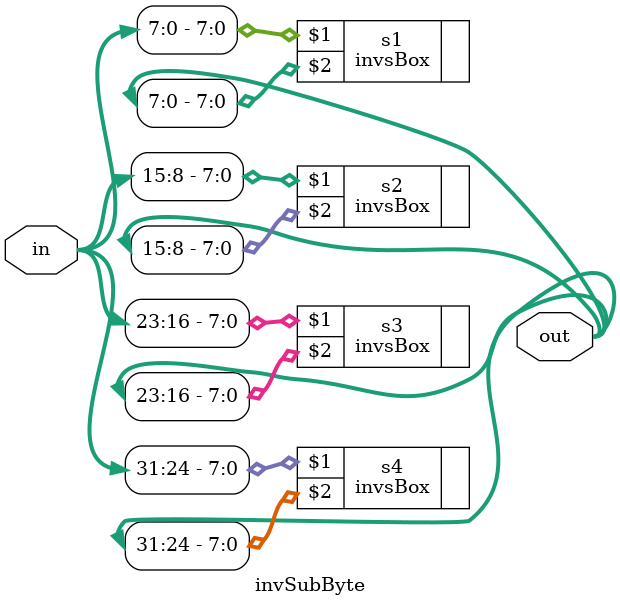
<source format=v>
module invSubByte(
input [31:0] in,
output [31:0] out
);


invsBox s1(in[7:0], out[7:0]);
invsBox s2(in[15:8], out[15:8]);
invsBox s3(in[23:16], out[23:16]);
invsBox s4(in[31:24], out[31:24]);

endmodule

</source>
